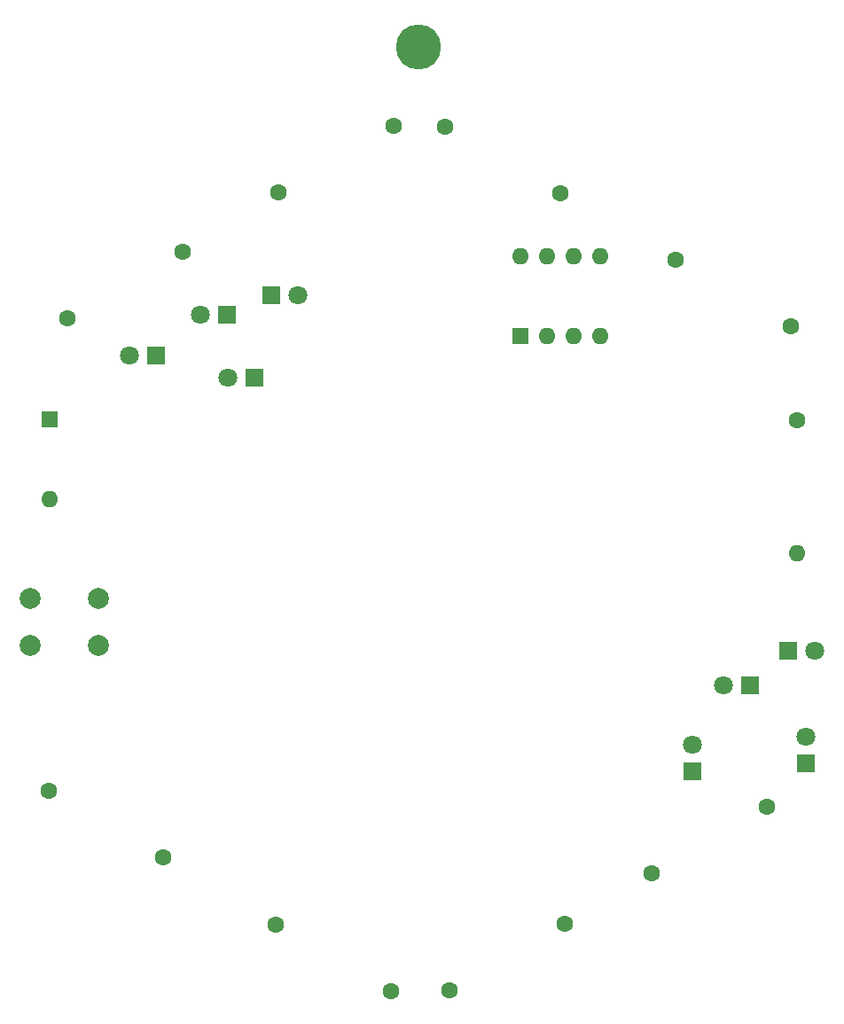
<source format=gts>
G04 #@! TF.GenerationSoftware,KiCad,Pcbnew,7.0.7*
G04 #@! TF.CreationDate,2023-12-08T11:24:34-06:00*
G04 #@! TF.ProjectId,airplane-keychain,61697270-6c61-46e6-952d-6b6579636861,1*
G04 #@! TF.SameCoordinates,Original*
G04 #@! TF.FileFunction,Soldermask,Top*
G04 #@! TF.FilePolarity,Negative*
%FSLAX46Y46*%
G04 Gerber Fmt 4.6, Leading zero omitted, Abs format (unit mm)*
G04 Created by KiCad (PCBNEW 7.0.7) date 2023-12-08 11:24:34*
%MOMM*%
%LPD*%
G01*
G04 APERTURE LIST*
G04 Aperture macros list*
%AMHorizOval*
0 Thick line with rounded ends*
0 $1 width*
0 $2 $3 position (X,Y) of the first rounded end (center of the circle)*
0 $4 $5 position (X,Y) of the second rounded end (center of the circle)*
0 Add line between two ends*
20,1,$1,$2,$3,$4,$5,0*
0 Add two circle primitives to create the rounded ends*
1,1,$1,$2,$3*
1,1,$1,$4,$5*%
G04 Aperture macros list end*
%ADD10C,4.300000*%
%ADD11R,1.800000X1.800000*%
%ADD12C,1.800000*%
%ADD13C,1.600000*%
%ADD14HorizOval,1.600000X0.000000X0.000000X0.000000X0.000000X0*%
%ADD15HorizOval,1.600000X0.000000X0.000000X0.000000X0.000000X0*%
%ADD16O,1.600000X1.600000*%
%ADD17HorizOval,1.600000X0.000000X0.000000X0.000000X0.000000X0*%
%ADD18C,2.000000*%
%ADD19R,1.600000X1.600000*%
%ADD20HorizOval,1.600000X0.000000X0.000000X0.000000X0.000000X0*%
G04 APERTURE END LIST*
D10*
X130800000Y-46600000D03*
D11*
X167800000Y-115000000D03*
D12*
X167800000Y-112460000D03*
D11*
X112550000Y-72200000D03*
D12*
X110010000Y-72200000D03*
D11*
X115200000Y-78200000D03*
D12*
X112660000Y-78200000D03*
D11*
X105800000Y-76100000D03*
D12*
X103260000Y-76100000D03*
D13*
X155401477Y-66950000D03*
D14*
X166400000Y-73300000D03*
D13*
X108299261Y-66225000D03*
D15*
X97300738Y-72575000D03*
D13*
X128500000Y-54200000D03*
D15*
X117501477Y-60550000D03*
D13*
X167000000Y-82300000D03*
D16*
X167000000Y-95000000D03*
D13*
X153100000Y-125500000D03*
D17*
X164098523Y-119150000D03*
D13*
X133401477Y-54250000D03*
D14*
X144400000Y-60600000D03*
D18*
X100300000Y-103800000D03*
X93800000Y-103800000D03*
X100300000Y-99300000D03*
X93800000Y-99300000D03*
D19*
X95600000Y-82180000D03*
D16*
X95600000Y-89800000D03*
D11*
X116800000Y-70300000D03*
D12*
X119340000Y-70300000D03*
D11*
X162500000Y-107600000D03*
D12*
X159960000Y-107600000D03*
D11*
X157000000Y-115840000D03*
D12*
X157000000Y-113300000D03*
D11*
X166160000Y-104300000D03*
D12*
X168700000Y-104300000D03*
D13*
X106498523Y-124050000D03*
D20*
X95500000Y-117700000D03*
D13*
X117201477Y-130450000D03*
D14*
X128200000Y-136800000D03*
D13*
X133800739Y-136675000D03*
D17*
X144799262Y-130325000D03*
D19*
X140580000Y-74200000D03*
D16*
X143120000Y-74200000D03*
X145660000Y-74200000D03*
X148200000Y-74200000D03*
X148200000Y-66580000D03*
X145660000Y-66580000D03*
X143120000Y-66580000D03*
X140580000Y-66580000D03*
M02*

</source>
